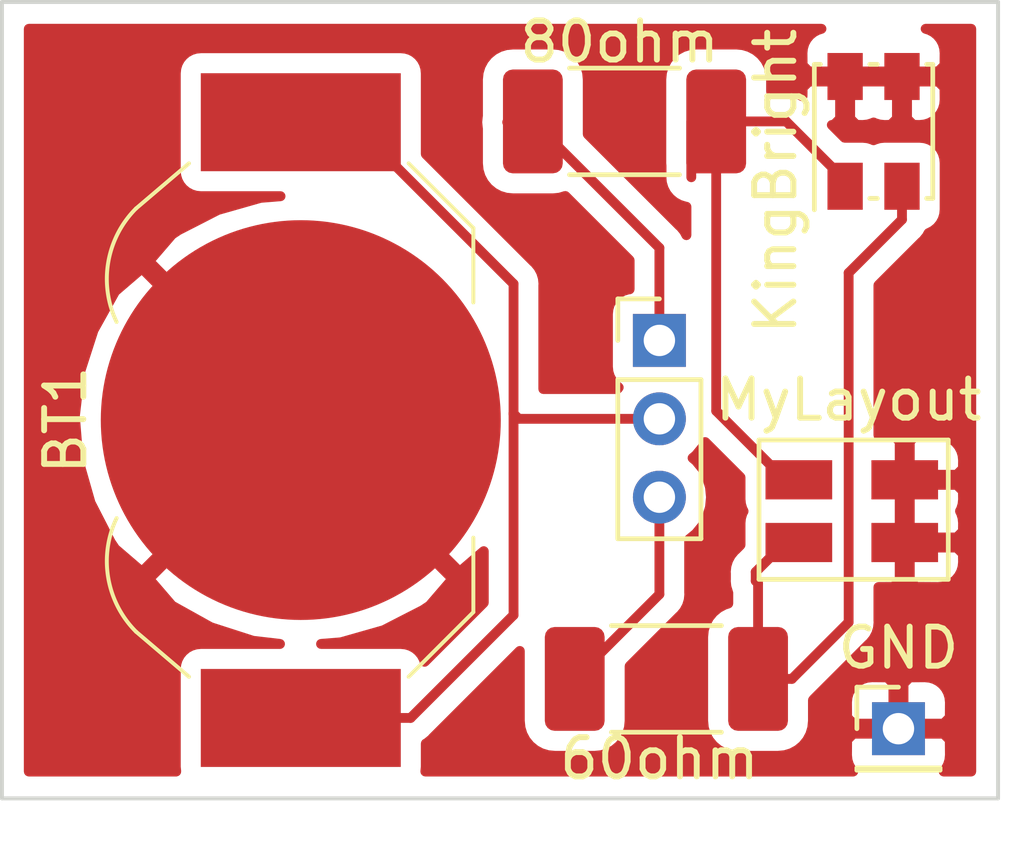
<source format=kicad_pcb>
(kicad_pcb (version 20171130) (host pcbnew "(5.1.2)-2")

  (general
    (thickness 1.6)
    (drawings 4)
    (tracks 30)
    (zones 0)
    (modules 7)
    (nets 7)
  )

  (page A4)
  (layers
    (0 F.Cu signal)
    (31 B.Cu signal)
    (32 B.Adhes user)
    (33 F.Adhes user)
    (34 B.Paste user)
    (35 F.Paste user)
    (36 B.SilkS user)
    (37 F.SilkS user)
    (38 B.Mask user)
    (39 F.Mask user)
    (40 Dwgs.User user)
    (41 Cmts.User user)
    (42 Eco1.User user)
    (43 Eco2.User user)
    (44 Edge.Cuts user)
    (45 Margin user)
    (46 B.CrtYd user)
    (47 F.CrtYd user)
    (48 B.Fab user)
    (49 F.Fab user)
  )

  (setup
    (last_trace_width 0.25)
    (trace_clearance 0.2)
    (zone_clearance 0.508)
    (zone_45_only no)
    (trace_min 0.2)
    (via_size 0.8)
    (via_drill 0.4)
    (via_min_size 0.4)
    (via_min_drill 0.3)
    (uvia_size 0.3)
    (uvia_drill 0.1)
    (uvias_allowed no)
    (uvia_min_size 0.2)
    (uvia_min_drill 0.1)
    (edge_width 0.05)
    (segment_width 0.2)
    (pcb_text_width 0.3)
    (pcb_text_size 1.5 1.5)
    (mod_edge_width 0.12)
    (mod_text_size 1 1)
    (mod_text_width 0.15)
    (pad_size 1.524 1.524)
    (pad_drill 0.762)
    (pad_to_mask_clearance 0.051)
    (solder_mask_min_width 0.25)
    (aux_axis_origin 0 0)
    (visible_elements 7FFFFFFF)
    (pcbplotparams
      (layerselection 0x010fc_ffffffff)
      (usegerberextensions false)
      (usegerberattributes false)
      (usegerberadvancedattributes false)
      (creategerberjobfile false)
      (excludeedgelayer true)
      (linewidth 0.100000)
      (plotframeref false)
      (viasonmask false)
      (mode 1)
      (useauxorigin false)
      (hpglpennumber 1)
      (hpglpenspeed 20)
      (hpglpendiameter 15.000000)
      (psnegative false)
      (psa4output false)
      (plotreference true)
      (plotvalue true)
      (plotinvisibletext false)
      (padsonsilk false)
      (subtractmaskfromsilk false)
      (outputformat 1)
      (mirror false)
      (drillshape 1)
      (scaleselection 1)
      (outputdirectory ""))
  )

  (net 0 "")
  (net 1 GNDPWR)
  (net 2 "Net-(60ohm1-Pad2)")
  (net 3 "Net-(60ohm1-Pad1)")
  (net 4 "Net-(80ohm1-Pad2)")
  (net 5 "Net-(80ohm1-Pad1)")
  (net 6 "Net-(BT1-Pad1)")

  (net_class Default "This is the default net class."
    (clearance 0.2)
    (trace_width 0.25)
    (via_dia 0.8)
    (via_drill 0.4)
    (uvia_dia 0.3)
    (uvia_drill 0.1)
    (add_net GNDPWR)
    (add_net "Net-(60ohm1-Pad1)")
    (add_net "Net-(60ohm1-Pad2)")
    (add_net "Net-(80ohm1-Pad1)")
    (add_net "Net-(80ohm1-Pad2)")
    (add_net "Net-(BT1-Pad1)")
  )

  (module Connector_PinHeader_2.00mm:PinHeader_1x01_P2.00mm_Vertical (layer F.Cu) (tedit 59FED667) (tstamp 5DBF838C)
    (at 116.84 120.65)
    (descr "Through hole straight pin header, 1x01, 2.00mm pitch, single row")
    (tags "Through hole pin header THT 1x01 2.00mm single row")
    (path /5DBF8109)
    (fp_text reference GND (at 0 -2.06) (layer F.SilkS)
      (effects (font (size 1 1) (thickness 0.15)))
    )
    (fp_text value "GND Pin" (at 0 2.06) (layer F.Fab)
      (effects (font (size 1 1) (thickness 0.15)))
    )
    (fp_text user %R (at 0 0 90) (layer F.Fab)
      (effects (font (size 1 1) (thickness 0.15)))
    )
    (fp_line (start 1.5 -1.5) (end -1.5 -1.5) (layer F.CrtYd) (width 0.05))
    (fp_line (start 1.5 1.5) (end 1.5 -1.5) (layer F.CrtYd) (width 0.05))
    (fp_line (start -1.5 1.5) (end 1.5 1.5) (layer F.CrtYd) (width 0.05))
    (fp_line (start -1.5 -1.5) (end -1.5 1.5) (layer F.CrtYd) (width 0.05))
    (fp_line (start -1.06 -1.06) (end 0 -1.06) (layer F.SilkS) (width 0.12))
    (fp_line (start -1.06 0) (end -1.06 -1.06) (layer F.SilkS) (width 0.12))
    (fp_line (start -1.06 1) (end 1.06 1) (layer F.SilkS) (width 0.12))
    (fp_line (start 1.06 1) (end 1.06 1.06) (layer F.SilkS) (width 0.12))
    (fp_line (start -1.06 1) (end -1.06 1.06) (layer F.SilkS) (width 0.12))
    (fp_line (start -1.06 1.06) (end 1.06 1.06) (layer F.SilkS) (width 0.12))
    (fp_line (start -1 -0.5) (end -0.5 -1) (layer F.Fab) (width 0.1))
    (fp_line (start -1 1) (end -1 -0.5) (layer F.Fab) (width 0.1))
    (fp_line (start 1 1) (end -1 1) (layer F.Fab) (width 0.1))
    (fp_line (start 1 -1) (end 1 1) (layer F.Fab) (width 0.1))
    (fp_line (start -0.5 -1) (end 1 -1) (layer F.Fab) (width 0.1))
    (pad 1 thru_hole rect (at 0 0) (size 1.35 1.35) (drill 0.8) (layers *.Cu *.Mask)
      (net 1 GNDPWR))
    (model ${KISYS3DMOD}/Connector_PinHeader_2.00mm.3dshapes/PinHeader_1x01_P2.00mm_Vertical.wrl
      (at (xyz 0 0 0))
      (scale (xyz 1 1 1))
      (rotate (xyz 0 0 0))
    )
  )

  (module EndConnectors:KingbrightTesting (layer F.Cu) (tedit 5DBDF776) (tstamp 5DBE27A9)
    (at 116.205 105.41 90)
    (descr "Kingbright, dual LED, 3.5 x 2.8 mm Surface Mount LED Lamp (http://www.kingbrightusa.com/images/catalog/SPEC/AAA3528ESGCT.pdf)")
    (tags "dual led smd")
    (path /5DBE0F72)
    (attr smd)
    (fp_text reference KingBright (at -1.27 -2.5 90) (layer F.SilkS)
      (effects (font (size 1 1) (thickness 0.15)))
    )
    (fp_text value DualLed (at 0 2.5 90) (layer F.Fab)
      (effects (font (size 1 1) (thickness 0.15)))
    )
    (fp_line (start 1.71 -1.355) (end 1.71 -1.51) (layer F.SilkS) (width 0.12))
    (fp_line (start 1.71 -0.095) (end 1.71 0.095) (layer F.SilkS) (width 0.12))
    (fp_line (start -1.71 1.355) (end -1.71 1.51) (layer F.SilkS) (width 0.12))
    (fp_line (start -0.9 -1.4) (end -1.6 -0.7) (layer F.Fab) (width 0.1))
    (fp_line (start 2.25 -1.65) (end 2.25 1.65) (layer F.CrtYd) (width 0.05))
    (fp_line (start -2.25 -1.65) (end -2.25 1.65) (layer F.CrtYd) (width 0.05))
    (fp_line (start -2.25 1.65) (end 2.25 1.65) (layer F.CrtYd) (width 0.05))
    (fp_line (start -2.25 -1.65) (end 2.25 -1.65) (layer F.CrtYd) (width 0.05))
    (fp_line (start -1.71 -0.095) (end -1.71 0.095) (layer F.SilkS) (width 0.12))
    (fp_line (start 1.71 1.355) (end 1.71 1.51) (layer F.SilkS) (width 0.12))
    (fp_line (start -1.71 1.51) (end 1.71 1.51) (layer F.SilkS) (width 0.12))
    (fp_line (start -2 -1.51) (end 1.71 -1.51) (layer F.SilkS) (width 0.12))
    (fp_line (start -0.9 -1.4) (end 1.6 -1.4) (layer F.Fab) (width 0.1))
    (fp_line (start 1.6 -1.4) (end 1.6 1.4) (layer F.Fab) (width 0.1))
    (fp_line (start 1.6 1.4) (end -1.6 1.4) (layer F.Fab) (width 0.1))
    (fp_line (start -1.6 1.4) (end -1.6 -0.7) (layer F.Fab) (width 0.1))
    (pad 1 smd rect (at -1.4 -0.725 90) (size 1.2 0.9) (layers F.Cu F.Paste F.Mask)
      (net 2 "Net-(60ohm1-Pad2)"))
    (pad 4 smd rect (at 1.4 0.725 90) (size 1.2 0.9) (layers F.Cu F.Paste F.Mask)
      (net 1 GNDPWR))
    (pad 3 smd rect (at -1.4 0.725 90) (size 1.2 0.9) (layers F.Cu F.Paste F.Mask)
      (net 4 "Net-(80ohm1-Pad2)"))
    (pad 2 smd rect (at 1.4 -0.725 90) (size 1.2 0.9) (layers F.Cu F.Paste F.Mask)
      (net 1 GNDPWR))
    (model ${KISYS3DMOD}/LED_SMD.3dshapes/LED_Kingbright_AAA3528ESGCT.wrl
      (at (xyz 0 0 0))
      (scale (xyz 1 1 1))
      (rotate (xyz 0 0 0))
    )
  )

  (module EndConnectors:DualLed (layer F.Cu) (tedit 5DBDB68F) (tstamp 5DBE27B5)
    (at 114.3 111.76)
    (path /5DBDFC71)
    (fp_text reference MyLayout (at 1.27 0.5) (layer F.SilkS)
      (effects (font (size 1 1) (thickness 0.15)))
    )
    (fp_text value DualLed (at 0 -0.5) (layer F.Fab)
      (effects (font (size 1 1) (thickness 0.15)))
    )
    (fp_line (start -1.016 1.524) (end 3.81 1.524) (layer F.SilkS) (width 0.12))
    (fp_line (start 3.81 1.524) (end 3.81 5.08) (layer F.SilkS) (width 0.12))
    (fp_line (start 3.81 5.08) (end -1.016 5.08) (layer F.SilkS) (width 0.12))
    (fp_line (start -1.016 5.08) (end -1.016 1.524) (layer F.SilkS) (width 0.12))
    (pad 1 smd rect (at 0 2.54) (size 1.7 1) (layers F.Cu F.Paste F.Mask)
      (net 2 "Net-(60ohm1-Pad2)"))
    (pad 2 smd rect (at 2.7 2.54) (size 1.7 1) (layers F.Cu F.Paste F.Mask)
      (net 1 GNDPWR))
    (pad 3 smd rect (at 0 4.14) (size 1.7 1) (layers F.Cu F.Paste F.Mask)
      (net 4 "Net-(80ohm1-Pad2)"))
    (pad 4 smd rect (at 2.7 4.14) (size 1.7 1) (layers F.Cu F.Paste F.Mask)
      (net 1 GNDPWR))
  )

  (module Resistor_SMD:R_2010_5025Metric_Pad1.52x2.65mm_HandSolder (layer F.Cu) (tedit 5B301BBD) (tstamp 5DBE2714)
    (at 110.9225 119.38)
    (descr "Resistor SMD 2010 (5025 Metric), square (rectangular) end terminal, IPC_7351 nominal with elongated pad for handsoldering. (Body size source: http://www.tortai-tech.com/upload/download/2011102023233369053.pdf), generated with kicad-footprint-generator")
    (tags "resistor handsolder")
    (path /5DBE656D)
    (attr smd)
    (fp_text reference 80ohm (at 0 -2.28) (layer F.SilkS) hide
      (effects (font (size 1 1) (thickness 0.15)))
    )
    (fp_text value "80 ohm" (at 0 2.28) (layer F.Fab)
      (effects (font (size 1 1) (thickness 0.15)))
    )
    (fp_line (start -2.5 1.25) (end -2.5 -1.25) (layer F.Fab) (width 0.1))
    (fp_line (start -2.5 -1.25) (end 2.5 -1.25) (layer F.Fab) (width 0.1))
    (fp_line (start 2.5 -1.25) (end 2.5 1.25) (layer F.Fab) (width 0.1))
    (fp_line (start 2.5 1.25) (end -2.5 1.25) (layer F.Fab) (width 0.1))
    (fp_line (start -1.402064 -1.36) (end 1.402064 -1.36) (layer F.SilkS) (width 0.12))
    (fp_line (start -1.402064 1.36) (end 1.402064 1.36) (layer F.SilkS) (width 0.12))
    (fp_line (start -3.35 1.58) (end -3.35 -1.58) (layer F.CrtYd) (width 0.05))
    (fp_line (start -3.35 -1.58) (end 3.35 -1.58) (layer F.CrtYd) (width 0.05))
    (fp_line (start 3.35 -1.58) (end 3.35 1.58) (layer F.CrtYd) (width 0.05))
    (fp_line (start 3.35 1.58) (end -3.35 1.58) (layer F.CrtYd) (width 0.05))
    (fp_text user %R (at -1.1945 -16.256 180) (layer F.SilkS)
      (effects (font (size 1 1) (thickness 0.15)))
    )
    (pad 1 smd roundrect (at -2.3375 0) (size 1.525 2.65) (layers F.Cu F.Paste F.Mask) (roundrect_rratio 0.163934)
      (net 5 "Net-(80ohm1-Pad1)"))
    (pad 2 smd roundrect (at 2.3375 0) (size 1.525 2.65) (layers F.Cu F.Paste F.Mask) (roundrect_rratio 0.163934)
      (net 4 "Net-(80ohm1-Pad2)"))
    (model ${KISYS3DMOD}/Resistor_SMD.3dshapes/R_2010_5025Metric.wrl
      (at (xyz 0 0 0))
      (scale (xyz 1 1 1))
      (rotate (xyz 0 0 0))
    )
  )

  (module Resistor_SMD:R_2010_5025Metric_Pad1.52x2.65mm_HandSolder (layer F.Cu) (tedit 5B301BBD) (tstamp 5DBE5143)
    (at 109.855 105.156)
    (descr "Resistor SMD 2010 (5025 Metric), square (rectangular) end terminal, IPC_7351 nominal with elongated pad for handsoldering. (Body size source: http://www.tortai-tech.com/upload/download/2011102023233369053.pdf), generated with kicad-footprint-generator")
    (tags "resistor handsolder")
    (path /5DBE3E6A)
    (attr smd)
    (fp_text reference 60ohm (at 0 -2.28) (layer F.SilkS) hide
      (effects (font (size 1 1) (thickness 0.15)))
    )
    (fp_text value 60ohm (at 0 2.28) (layer F.Fab)
      (effects (font (size 1 1) (thickness 0.15)))
    )
    (fp_line (start -2.5 1.25) (end -2.5 -1.25) (layer F.Fab) (width 0.1))
    (fp_line (start -2.5 -1.25) (end 2.5 -1.25) (layer F.Fab) (width 0.1))
    (fp_line (start 2.5 -1.25) (end 2.5 1.25) (layer F.Fab) (width 0.1))
    (fp_line (start 2.5 1.25) (end -2.5 1.25) (layer F.Fab) (width 0.1))
    (fp_line (start -1.402064 -1.36) (end 1.402064 -1.36) (layer F.SilkS) (width 0.12))
    (fp_line (start -1.402064 1.36) (end 1.402064 1.36) (layer F.SilkS) (width 0.12))
    (fp_line (start -3.35 1.58) (end -3.35 -1.58) (layer F.CrtYd) (width 0.05))
    (fp_line (start -3.35 -1.58) (end 3.35 -1.58) (layer F.CrtYd) (width 0.05))
    (fp_line (start 3.35 -1.58) (end 3.35 1.58) (layer F.CrtYd) (width 0.05))
    (fp_line (start 3.35 1.58) (end -3.35 1.58) (layer F.CrtYd) (width 0.05))
    (fp_text user %R (at 0.889 16.256) (layer F.SilkS)
      (effects (font (size 1 1) (thickness 0.15)))
    )
    (pad 1 smd roundrect (at -2.3375 0) (size 1.525 2.65) (layers F.Cu F.Paste F.Mask) (roundrect_rratio 0.163934)
      (net 3 "Net-(60ohm1-Pad1)"))
    (pad 2 smd roundrect (at 2.3375 0) (size 1.525 2.65) (layers F.Cu F.Paste F.Mask) (roundrect_rratio 0.163934)
      (net 2 "Net-(60ohm1-Pad2)"))
    (model ${KISYS3DMOD}/Resistor_SMD.3dshapes/R_2010_5025Metric.wrl
      (at (xyz 0 0 0))
      (scale (xyz 1 1 1))
      (rotate (xyz 0 0 0))
    )
  )

  (module Connector_PinHeader_2.00mm:PinHeader_1x03_P2.00mm_Vertical (layer F.Cu) (tedit 59FED667) (tstamp 5DBE915A)
    (at 110.744 110.744)
    (descr "Through hole straight pin header, 1x03, 2.00mm pitch, single row")
    (tags "Through hole pin header THT 1x03 2.00mm single row")
    (path /5DBE80E8)
    (fp_text reference SW1 (at 0 -2.06) (layer F.SilkS) hide
      (effects (font (size 1 1) (thickness 0.15)))
    )
    (fp_text value SW_SPDT (at 0 6.06) (layer F.Fab) hide
      (effects (font (size 1 1) (thickness 0.15)))
    )
    (fp_line (start 1.5 -1.5) (end -1.5 -1.5) (layer F.CrtYd) (width 0.05))
    (fp_line (start 1.5 5.5) (end 1.5 -1.5) (layer F.CrtYd) (width 0.05))
    (fp_line (start -1.5 5.5) (end 1.5 5.5) (layer F.CrtYd) (width 0.05))
    (fp_line (start -1.5 -1.5) (end -1.5 5.5) (layer F.CrtYd) (width 0.05))
    (fp_line (start -1.06 -1.06) (end 0 -1.06) (layer F.SilkS) (width 0.12))
    (fp_line (start -1.06 0) (end -1.06 -1.06) (layer F.SilkS) (width 0.12))
    (fp_line (start -1.06 1) (end 1.06 1) (layer F.SilkS) (width 0.12))
    (fp_line (start 1.06 1) (end 1.06 5.06) (layer F.SilkS) (width 0.12))
    (fp_line (start -1.06 1) (end -1.06 5.06) (layer F.SilkS) (width 0.12))
    (fp_line (start -1.06 5.06) (end 1.06 5.06) (layer F.SilkS) (width 0.12))
    (fp_line (start -1 -0.5) (end -0.5 -1) (layer F.Fab) (width 0.1))
    (fp_line (start -1 5) (end -1 -0.5) (layer F.Fab) (width 0.1))
    (fp_line (start 1 5) (end -1 5) (layer F.Fab) (width 0.1))
    (fp_line (start 1 -1) (end 1 5) (layer F.Fab) (width 0.1))
    (fp_line (start -0.5 -1) (end 1 -1) (layer F.Fab) (width 0.1))
    (pad 3 thru_hole oval (at 0 4) (size 1.35 1.35) (drill 0.8) (layers *.Cu *.Mask)
      (net 5 "Net-(80ohm1-Pad1)"))
    (pad 2 thru_hole oval (at 0 2) (size 1.35 1.35) (drill 0.8) (layers *.Cu *.Mask)
      (net 6 "Net-(BT1-Pad1)"))
    (pad 1 thru_hole rect (at 0 0) (size 1.35 1.35) (drill 0.8) (layers *.Cu *.Mask)
      (net 3 "Net-(60ohm1-Pad1)"))
    (model ${KISYS3DMOD}/Connector_PinHeader_2.00mm.3dshapes/PinHeader_1x03_P2.00mm_Vertical.wrl
      (at (xyz 0 0 0))
      (scale (xyz 1 1 1))
      (rotate (xyz 0 0 0))
    )
  )

  (module Battery:BatteryHolder_LINX_BAT-HLD-012-SMT (layer F.Cu) (tedit 5B256044) (tstamp 5DBE493A)
    (at 101.6 112.776 270)
    (descr "SMT battery holder for CR1216/1220/1225, https://linxtechnologies.com/wp/wp-content/uploads/bat-hld-012-smt.pdf")
    (tags "battery holder coin cell cr1216 cr1220 cr1225")
    (path /5DBE32E4)
    (attr smd)
    (fp_text reference BT1 (at 0 6 90) (layer F.SilkS)
      (effects (font (size 1 1) (thickness 0.15)))
    )
    (fp_text value Battery_Cell (at 0 -7 90) (layer F.Fab) hide
      (effects (font (size 1 1) (thickness 0.15)))
    )
    (fp_arc (start -3.6 2.4) (end -5.4 4.2) (angle -70.5) (layer F.SilkS) (width 0.1))
    (fp_arc (start -3.6 2.4) (end -1.8 4.2) (angle 90) (layer F.Fab) (width 0.1))
    (fp_arc (start 3.6 2.4) (end 5.4 4.2) (angle 90) (layer F.Fab) (width 0.1))
    (fp_text user %R (at -2.54 0.508 90) (layer F.Fab)
      (effects (font (size 1 1) (thickness 0.15)))
    )
    (fp_line (start -7.65 -2.55) (end -7.65 -0.55) (layer F.Fab) (width 0.1))
    (fp_line (start -7.65 -2.55) (end -6.75 -2.55) (layer F.Fab) (width 0.1))
    (fp_line (start -7.65 -0.55) (end -6.75 -0.55) (layer F.Fab) (width 0.1))
    (fp_line (start -6.75 0.55) (end -7.65 0.55) (layer F.Fab) (width 0.1))
    (fp_line (start -7.65 0.55) (end -7.65 2.55) (layer F.Fab) (width 0.1))
    (fp_line (start -7.65 2.55) (end -6.75 2.55) (layer F.Fab) (width 0.1))
    (fp_line (start 6.75 2.55) (end 7.65 2.55) (layer F.Fab) (width 0.1))
    (fp_line (start 7.65 2.55) (end 7.65 0.55) (layer F.Fab) (width 0.1))
    (fp_line (start 7.65 0.55) (end 6.75 0.55) (layer F.Fab) (width 0.1))
    (fp_line (start 6.75 -0.55) (end 7.65 -0.55) (layer F.Fab) (width 0.1))
    (fp_line (start 7.65 -0.55) (end 7.65 -2.55) (layer F.Fab) (width 0.1))
    (fp_line (start 7.65 -2.55) (end 6.75 -2.55) (layer F.Fab) (width 0.1))
    (fp_line (start -6.75 2.85) (end -6.75 -2.75) (layer F.Fab) (width 0.1))
    (fp_line (start 6.75 2.85) (end 6.75 -2.75) (layer F.Fab) (width 0.1))
    (fp_line (start 4.9 -4.4) (end -4.9 -4.4) (layer F.Fab) (width 0.1))
    (fp_line (start -6.7 -2.9) (end -5.05 -4.55) (layer F.Fab) (width 0.1))
    (fp_line (start 6.7 -2.9) (end 5.05 -4.55) (layer F.Fab) (width 0.1))
    (fp_line (start 6.55 2.85) (end 6.55 -2.75) (layer F.Fab) (width 0.1))
    (fp_line (start 6.55 -2.75) (end 4.9 -4.4) (layer F.Fab) (width 0.1))
    (fp_line (start -6.55 2.85) (end -6.55 -2.75) (layer F.Fab) (width 0.1))
    (fp_line (start -6.55 -2.75) (end -4.9 -4.4) (layer F.Fab) (width 0.1))
    (fp_line (start -6.55 2.85) (end -5.4 4.2) (layer F.Fab) (width 0.1))
    (fp_line (start 6.55 2.85) (end 5.4 4.2) (layer F.Fab) (width 0.1))
    (fp_arc (start 3.6 2.4) (end 5.4 4.2) (angle 70.55996517) (layer F.SilkS) (width 0.1))
    (fp_arc (start 0 6) (end -1.8 4.2) (angle 90) (layer F.Fab) (width 0.1))
    (fp_circle (center 0 0) (end -6.25 0) (layer F.Fab) (width 0.1))
    (fp_line (start -9.35 3.05) (end -9.35 -3.05) (layer F.CrtYd) (width 0.05))
    (fp_line (start -9.35 -3.05) (end -7.25 -3.05) (layer F.CrtYd) (width 0.05))
    (fp_line (start -9.35 3.05) (end -7.25 3.05) (layer F.CrtYd) (width 0.05))
    (fp_line (start -7.25 -3.05) (end -3.55 -6.75) (layer F.CrtYd) (width 0.05))
    (fp_line (start -3.55 -6.75) (end 3.55 -6.75) (layer F.CrtYd) (width 0.05))
    (fp_line (start 3.55 -6.75) (end 7.25 -3.05) (layer F.CrtYd) (width 0.05))
    (fp_line (start 7.25 -3.05) (end 9.35 -3.05) (layer F.CrtYd) (width 0.05))
    (fp_line (start 9.35 -3.05) (end 9.35 3.05) (layer F.CrtYd) (width 0.05))
    (fp_line (start 9.35 3.05) (end 7.25 3.05) (layer F.CrtYd) (width 0.05))
    (fp_line (start -3.55 6.75) (end 3.55 6.75) (layer F.CrtYd) (width 0.05))
    (fp_line (start 3.55 6.75) (end 7.25 3.05) (layer F.CrtYd) (width 0.05))
    (fp_line (start -3.55 6.75) (end -7.25 3.05) (layer F.CrtYd) (width 0.05))
    (fp_line (start -6.75 2.85) (end -6.55 2.85) (layer F.Fab) (width 0.1))
    (fp_line (start 6.75 2.85) (end 6.55 2.85) (layer F.Fab) (width 0.1))
    (fp_line (start -6.75 -2.75) (end -6.55 -2.75) (layer F.Fab) (width 0.1))
    (fp_line (start -6.55 -2.75) (end -6.7 -2.9) (layer F.Fab) (width 0.1))
    (fp_line (start -5.05 -4.55) (end -4.9 -4.4) (layer F.Fab) (width 0.1))
    (fp_line (start 5.05 -4.55) (end 4.9 -4.4) (layer F.Fab) (width 0.1))
    (fp_line (start 6.55 -2.75) (end 6.7 -2.9) (layer F.Fab) (width 0.1))
    (fp_line (start 6.55 -2.75) (end 6.75 -2.75) (layer F.Fab) (width 0.1))
    (fp_line (start -6.55 -2.75) (end -4.9 -4.4) (layer F.SilkS) (width 0.1))
    (fp_line (start 4.9 -4.4) (end 6.55 -2.75) (layer F.SilkS) (width 0.1))
    (fp_line (start 4.9 -4.4) (end 3 -4.4) (layer F.SilkS) (width 0.1))
    (fp_line (start -4.9 -4.4) (end -3 -4.4) (layer F.SilkS) (width 0.1))
    (fp_line (start -6.55 2.85) (end -5.4 4.2) (layer F.SilkS) (width 0.1))
    (fp_line (start 6.55 2.85) (end 5.4 4.2) (layer F.SilkS) (width 0.1))
    (pad 2 smd circle (at 0 0 270) (size 10.2 10.2) (layers F.Cu F.Paste F.Mask)
      (net 1 GNDPWR))
    (pad 1 smd rect (at 7.6 0 270) (size 2.5 5.1) (layers F.Cu F.Paste F.Mask)
      (net 6 "Net-(BT1-Pad1)"))
    (pad 1 smd rect (at -7.6 0 270) (size 2.5 5.1) (layers F.Cu F.Paste F.Mask)
      (net 6 "Net-(BT1-Pad1)"))
    (model ${KISYS3DMOD}/Battery.3dshapes/BatteryHolder_LINX_BAT-HLD-012-SMT.wrl
      (at (xyz 0 0 0))
      (scale (xyz 1 1 1))
      (rotate (xyz 0 0 0))
    )
  )

  (gr_line (start 119.38 122.428) (end 119.38 102.108) (layer Edge.Cuts) (width 0.1))
  (gr_line (start 93.98 122.428) (end 119.38 122.428) (layer Edge.Cuts) (width 0.1))
  (gr_line (start 93.98 102.108) (end 93.98 122.428) (layer Edge.Cuts) (width 0.1))
  (gr_line (start 119.38 102.108) (end 93.98 102.108) (layer Edge.Cuts) (width 0.1))

  (segment (start 111.5575 105.156) (end 111.5575 106.581) (width 0.25) (layer F.Cu) (net 2))
  (segment (start 115.48 106.66) (end 115.48 106.81) (width 0.25) (layer F.Cu) (net 2))
  (segment (start 113.976 105.156) (end 115.48 106.66) (width 0.25) (layer F.Cu) (net 2))
  (segment (start 112.1925 105.156) (end 113.976 105.156) (width 0.25) (layer F.Cu) (net 2))
  (segment (start 113.95 114.3) (end 114.3 114.3) (width 0.25) (layer F.Cu) (net 2))
  (segment (start 112.1925 112.5425) (end 113.95 114.3) (width 0.25) (layer F.Cu) (net 2))
  (segment (start 112.1925 105.156) (end 112.1925 112.5425) (width 0.25) (layer F.Cu) (net 2))
  (segment (start 106.8625 105.176) (end 106.8825 105.156) (width 0.25) (layer F.Cu) (net 3))
  (segment (start 110.744 108.3825) (end 107.5175 105.156) (width 0.25) (layer F.Cu) (net 3))
  (segment (start 110.744 110.744) (end 110.744 108.3825) (width 0.25) (layer F.Cu) (net 3))
  (segment (start 113.95 115.9) (end 114.3 115.9) (width 0.25) (layer F.Cu) (net 4))
  (segment (start 113.2 116.65) (end 113.95 115.9) (width 0.25) (layer F.Cu) (net 4))
  (segment (start 113.2 116.88) (end 113.2 116.65) (width 0.25) (layer F.Cu) (net 4))
  (segment (start 113.26 116.94) (end 113.2 116.88) (width 0.25) (layer F.Cu) (net 4))
  (segment (start 113.26 119.38) (end 113.26 116.94) (width 0.25) (layer F.Cu) (net 4))
  (segment (start 114.1225 119.38) (end 115.57 117.9325) (width 0.25) (layer F.Cu) (net 4))
  (segment (start 113.26 119.38) (end 114.1225 119.38) (width 0.25) (layer F.Cu) (net 4))
  (segment (start 116.93 107.66) (end 116.93 106.81) (width 0.25) (layer F.Cu) (net 4))
  (segment (start 115.57 109.02) (end 116.93 107.66) (width 0.25) (layer F.Cu) (net 4))
  (segment (start 115.57 117.9325) (end 115.57 109.02) (width 0.25) (layer F.Cu) (net 4))
  (segment (start 110.744 117.221) (end 108.585 119.38) (width 0.25) (layer F.Cu) (net 5))
  (segment (start 110.744 114.744) (end 110.744 117.221) (width 0.25) (layer F.Cu) (net 5))
  (segment (start 102.9 105.176) (end 101.6 105.176) (width 0.25) (layer F.Cu) (net 6))
  (segment (start 104.4 120.376) (end 107.025001 117.750999) (width 0.25) (layer F.Cu) (net 6))
  (segment (start 101.6 120.376) (end 104.4 120.376) (width 0.25) (layer F.Cu) (net 6))
  (segment (start 107.025001 109.301001) (end 102.9 105.176) (width 0.25) (layer F.Cu) (net 6))
  (segment (start 107.025001 117.750999) (end 107.025001 112.613001) (width 0.25) (layer F.Cu) (net 6))
  (segment (start 107.025001 112.613001) (end 107.025001 109.301001) (width 0.25) (layer F.Cu) (net 6))
  (segment (start 107.156 112.744) (end 110.744 112.744) (width 0.25) (layer F.Cu) (net 6))
  (segment (start 107.025001 112.613001) (end 107.156 112.744) (width 0.25) (layer F.Cu) (net 6))

  (zone (net 1) (net_name GNDPWR) (layer F.Cu) (tstamp 0) (hatch edge 0.508)
    (connect_pads (clearance 0.508))
    (min_thickness 0.254)
    (fill yes (arc_segments 32) (thermal_gap 0.508) (thermal_bridge_width 0.508))
    (polygon
      (pts
        (xy 94.488 102.616) (xy 118.872 102.616) (xy 118.872 121.92) (xy 94.488 121.92)
      )
    )
    (filled_polygon
      (pts
        (xy 114.78582 102.820498) (xy 114.675506 102.879463) (xy 114.578815 102.958815) (xy 114.499463 103.055506) (xy 114.440498 103.16582)
        (xy 114.404188 103.285518) (xy 114.391928 103.41) (xy 114.395 103.72425) (xy 114.55375 103.883) (xy 115.353 103.883)
        (xy 115.353 103.863) (xy 115.607 103.863) (xy 115.607 103.883) (xy 116.803 103.883) (xy 116.803 103.863)
        (xy 117.057 103.863) (xy 117.057 103.883) (xy 117.85625 103.883) (xy 118.015 103.72425) (xy 118.018072 103.41)
        (xy 118.005812 103.285518) (xy 117.969502 103.16582) (xy 117.910537 103.055506) (xy 117.831185 102.958815) (xy 117.734494 102.879463)
        (xy 117.62418 102.820498) (xy 117.533531 102.793) (xy 118.695001 102.793) (xy 118.695 121.743) (xy 117.993419 121.743)
        (xy 118.045537 121.679494) (xy 118.104502 121.56918) (xy 118.140812 121.449482) (xy 118.153072 121.325) (xy 118.15 120.93575)
        (xy 117.99125 120.777) (xy 116.967 120.777) (xy 116.967 120.797) (xy 116.713 120.797) (xy 116.713 120.777)
        (xy 115.68875 120.777) (xy 115.53 120.93575) (xy 115.526928 121.325) (xy 115.539188 121.449482) (xy 115.575498 121.56918)
        (xy 115.634463 121.679494) (xy 115.686581 121.743) (xy 104.776549 121.743) (xy 104.788072 121.626) (xy 104.788072 121.030326)
        (xy 104.824276 121.010974) (xy 104.940001 120.916001) (xy 104.963804 120.886997) (xy 107.184428 118.666374) (xy 107.184428 120.455001)
        (xy 107.201492 120.628255) (xy 107.252028 120.794851) (xy 107.334095 120.948387) (xy 107.444538 121.082962) (xy 107.579113 121.193405)
        (xy 107.732649 121.275472) (xy 107.899245 121.326008) (xy 108.072499 121.343072) (xy 109.097501 121.343072) (xy 109.270755 121.326008)
        (xy 109.437351 121.275472) (xy 109.590887 121.193405) (xy 109.725462 121.082962) (xy 109.835905 120.948387) (xy 109.917972 120.794851)
        (xy 109.968508 120.628255) (xy 109.985572 120.455001) (xy 109.985572 119.054229) (xy 111.255003 117.784799) (xy 111.284001 117.761001)
        (xy 111.310332 117.728917) (xy 111.378974 117.645277) (xy 111.449546 117.513247) (xy 111.477831 117.420001) (xy 111.493003 117.369986)
        (xy 111.504 117.258333) (xy 111.504 117.258324) (xy 111.507676 117.221001) (xy 111.504 117.183678) (xy 111.504 115.814956)
        (xy 111.674792 115.674792) (xy 111.838495 115.475318) (xy 111.960138 115.247741) (xy 112.035045 115.000805) (xy 112.060338 114.744)
        (xy 112.035045 114.487195) (xy 111.960138 114.240259) (xy 111.838495 114.012682) (xy 111.674792 113.813208) (xy 111.590461 113.744)
        (xy 111.674792 113.674792) (xy 111.838495 113.475318) (xy 111.912348 113.337149) (xy 112.811928 114.23673) (xy 112.811928 114.8)
        (xy 112.824188 114.924482) (xy 112.860498 115.04418) (xy 112.890335 115.1) (xy 112.860498 115.15582) (xy 112.824188 115.275518)
        (xy 112.811928 115.4) (xy 112.811928 115.963271) (xy 112.689001 116.086198) (xy 112.659999 116.109999) (xy 112.565026 116.225724)
        (xy 112.494454 116.357753) (xy 112.450997 116.501014) (xy 112.44 116.612667) (xy 112.44 116.612678) (xy 112.436324 116.65)
        (xy 112.44 116.687322) (xy 112.44 116.842678) (xy 112.436324 116.88) (xy 112.44 116.917322) (xy 112.44 116.917332)
        (xy 112.450997 117.028985) (xy 112.46405 117.072015) (xy 112.494454 117.172246) (xy 112.500001 117.182623) (xy 112.500001 117.456514)
        (xy 112.407649 117.484528) (xy 112.254113 117.566595) (xy 112.119538 117.677038) (xy 112.009095 117.811613) (xy 111.927028 117.965149)
        (xy 111.876492 118.131745) (xy 111.859428 118.304999) (xy 111.859428 120.455001) (xy 111.876492 120.628255) (xy 111.927028 120.794851)
        (xy 112.009095 120.948387) (xy 112.119538 121.082962) (xy 112.254113 121.193405) (xy 112.407649 121.275472) (xy 112.574245 121.326008)
        (xy 112.747499 121.343072) (xy 113.772501 121.343072) (xy 113.945755 121.326008) (xy 114.112351 121.275472) (xy 114.265887 121.193405)
        (xy 114.400462 121.082962) (xy 114.510905 120.948387) (xy 114.592972 120.794851) (xy 114.643508 120.628255) (xy 114.660572 120.455001)
        (xy 114.660572 119.975) (xy 115.526928 119.975) (xy 115.53 120.36425) (xy 115.68875 120.523) (xy 116.713 120.523)
        (xy 116.713 119.49875) (xy 116.967 119.49875) (xy 116.967 120.523) (xy 117.99125 120.523) (xy 118.15 120.36425)
        (xy 118.153072 119.975) (xy 118.140812 119.850518) (xy 118.104502 119.73082) (xy 118.045537 119.620506) (xy 117.966185 119.523815)
        (xy 117.869494 119.444463) (xy 117.75918 119.385498) (xy 117.639482 119.349188) (xy 117.515 119.336928) (xy 117.12575 119.34)
        (xy 116.967 119.49875) (xy 116.713 119.49875) (xy 116.55425 119.34) (xy 116.165 119.336928) (xy 116.040518 119.349188)
        (xy 115.92082 119.385498) (xy 115.810506 119.444463) (xy 115.713815 119.523815) (xy 115.634463 119.620506) (xy 115.575498 119.73082)
        (xy 115.539188 119.850518) (xy 115.526928 119.975) (xy 114.660572 119.975) (xy 114.660572 119.921584) (xy 114.662501 119.920001)
        (xy 114.686304 119.890997) (xy 116.081004 118.496298) (xy 116.110001 118.472501) (xy 116.136332 118.440417) (xy 116.204974 118.356777)
        (xy 116.275546 118.224747) (xy 116.275546 118.224746) (xy 116.319003 118.081486) (xy 116.33 117.969833) (xy 116.33 117.969824)
        (xy 116.333676 117.932501) (xy 116.33 117.895178) (xy 116.33 117.037092) (xy 116.71425 117.035) (xy 116.873 116.87625)
        (xy 116.873 116.027) (xy 117.127 116.027) (xy 117.127 116.87625) (xy 117.28575 117.035) (xy 117.85 117.038072)
        (xy 117.974482 117.025812) (xy 118.09418 116.989502) (xy 118.204494 116.930537) (xy 118.301185 116.851185) (xy 118.380537 116.754494)
        (xy 118.439502 116.64418) (xy 118.475812 116.524482) (xy 118.488072 116.4) (xy 118.485 116.18575) (xy 118.32625 116.027)
        (xy 117.127 116.027) (xy 116.873 116.027) (xy 116.853 116.027) (xy 116.853 115.773) (xy 116.873 115.773)
        (xy 116.873 114.427) (xy 117.127 114.427) (xy 117.127 115.773) (xy 118.32625 115.773) (xy 118.485 115.61425)
        (xy 118.488072 115.4) (xy 118.475812 115.275518) (xy 118.439502 115.15582) (xy 118.409665 115.1) (xy 118.439502 115.04418)
        (xy 118.475812 114.924482) (xy 118.488072 114.8) (xy 118.485 114.58575) (xy 118.32625 114.427) (xy 117.127 114.427)
        (xy 116.873 114.427) (xy 116.853 114.427) (xy 116.853 114.173) (xy 116.873 114.173) (xy 116.873 113.32375)
        (xy 117.127 113.32375) (xy 117.127 114.173) (xy 118.32625 114.173) (xy 118.485 114.01425) (xy 118.488072 113.8)
        (xy 118.475812 113.675518) (xy 118.439502 113.55582) (xy 118.380537 113.445506) (xy 118.301185 113.348815) (xy 118.204494 113.269463)
        (xy 118.09418 113.210498) (xy 117.974482 113.174188) (xy 117.85 113.161928) (xy 117.28575 113.165) (xy 117.127 113.32375)
        (xy 116.873 113.32375) (xy 116.71425 113.165) (xy 116.33 113.162908) (xy 116.33 109.334801) (xy 117.441009 108.223794)
        (xy 117.470001 108.200001) (xy 117.493795 108.171008) (xy 117.493799 108.171004) (xy 117.564973 108.084277) (xy 117.564974 108.084276)
        (xy 117.607599 108.004532) (xy 117.62418 107.999502) (xy 117.734494 107.940537) (xy 117.831185 107.861185) (xy 117.910537 107.764494)
        (xy 117.969502 107.65418) (xy 118.005812 107.534482) (xy 118.018072 107.41) (xy 118.018072 106.21) (xy 118.005812 106.085518)
        (xy 117.969502 105.96582) (xy 117.910537 105.855506) (xy 117.831185 105.758815) (xy 117.734494 105.679463) (xy 117.62418 105.620498)
        (xy 117.504482 105.584188) (xy 117.38 105.571928) (xy 116.48 105.571928) (xy 116.355518 105.584188) (xy 116.23582 105.620498)
        (xy 116.205 105.636972) (xy 116.17418 105.620498) (xy 116.054482 105.584188) (xy 115.93 105.571928) (xy 115.46673 105.571928)
        (xy 115.140801 105.246) (xy 115.19425 105.245) (xy 115.353 105.08625) (xy 115.353 104.137) (xy 115.607 104.137)
        (xy 115.607 105.08625) (xy 115.76575 105.245) (xy 115.93 105.248072) (xy 116.054482 105.235812) (xy 116.17418 105.199502)
        (xy 116.205 105.183028) (xy 116.23582 105.199502) (xy 116.355518 105.235812) (xy 116.48 105.248072) (xy 116.64425 105.245)
        (xy 116.803 105.08625) (xy 116.803 104.137) (xy 117.057 104.137) (xy 117.057 105.08625) (xy 117.21575 105.245)
        (xy 117.38 105.248072) (xy 117.504482 105.235812) (xy 117.62418 105.199502) (xy 117.734494 105.140537) (xy 117.831185 105.061185)
        (xy 117.910537 104.964494) (xy 117.969502 104.85418) (xy 118.005812 104.734482) (xy 118.018072 104.61) (xy 118.015 104.29575)
        (xy 117.85625 104.137) (xy 117.057 104.137) (xy 116.803 104.137) (xy 115.607 104.137) (xy 115.353 104.137)
        (xy 114.55375 104.137) (xy 114.395 104.29575) (xy 114.392837 104.51705) (xy 114.268247 104.450454) (xy 114.124986 104.406997)
        (xy 114.013333 104.396) (xy 114.013322 104.396) (xy 113.976 104.392324) (xy 113.938678 104.396) (xy 113.593072 104.396)
        (xy 113.593072 104.080999) (xy 113.576008 103.907745) (xy 113.525472 103.741149) (xy 113.443405 103.587613) (xy 113.332962 103.453038)
        (xy 113.198387 103.342595) (xy 113.044851 103.260528) (xy 112.878255 103.209992) (xy 112.705001 103.192928) (xy 111.679999 103.192928)
        (xy 111.506745 103.209992) (xy 111.340149 103.260528) (xy 111.186613 103.342595) (xy 111.052038 103.453038) (xy 110.941595 103.587613)
        (xy 110.859528 103.741149) (xy 110.808992 103.907745) (xy 110.791928 104.080999) (xy 110.791928 106.231001) (xy 110.797501 106.287582)
        (xy 110.797501 106.618333) (xy 110.808498 106.729986) (xy 110.851955 106.873247) (xy 110.922527 107.005276) (xy 111.0175 107.121001)
        (xy 111.133225 107.215974) (xy 111.265254 107.286546) (xy 111.408515 107.330003) (xy 111.4325 107.332365) (xy 111.4325 108.058363)
        (xy 111.378974 107.958223) (xy 111.307799 107.871497) (xy 111.284001 107.842499) (xy 111.255003 107.818701) (xy 108.918072 105.481771)
        (xy 108.918072 104.080999) (xy 108.901008 103.907745) (xy 108.850472 103.741149) (xy 108.768405 103.587613) (xy 108.657962 103.453038)
        (xy 108.523387 103.342595) (xy 108.369851 103.260528) (xy 108.203255 103.209992) (xy 108.030001 103.192928) (xy 107.004999 103.192928)
        (xy 106.831745 103.209992) (xy 106.665149 103.260528) (xy 106.511613 103.342595) (xy 106.377038 103.453038) (xy 106.266595 103.587613)
        (xy 106.184528 103.741149) (xy 106.133992 103.907745) (xy 106.116928 104.080999) (xy 106.116928 105.015707) (xy 106.113498 105.027015)
        (xy 106.098824 105.176) (xy 106.113498 105.324985) (xy 106.116928 105.336293) (xy 106.116928 106.231001) (xy 106.133992 106.404255)
        (xy 106.184528 106.570851) (xy 106.266595 106.724387) (xy 106.377038 106.858962) (xy 106.511613 106.969405) (xy 106.665149 107.051472)
        (xy 106.831745 107.102008) (xy 107.004999 107.119072) (xy 108.030001 107.119072) (xy 108.203255 107.102008) (xy 108.345544 107.058845)
        (xy 109.984001 108.697303) (xy 109.984001 109.439299) (xy 109.944518 109.443188) (xy 109.82482 109.479498) (xy 109.714506 109.538463)
        (xy 109.617815 109.617815) (xy 109.538463 109.714506) (xy 109.479498 109.82482) (xy 109.443188 109.944518) (xy 109.430928 110.069)
        (xy 109.430928 111.419) (xy 109.443188 111.543482) (xy 109.479498 111.66318) (xy 109.538463 111.773494) (xy 109.617815 111.870185)
        (xy 109.706631 111.943074) (xy 109.673044 111.984) (xy 107.785001 111.984) (xy 107.785001 109.338323) (xy 107.788677 109.301)
        (xy 107.785001 109.263677) (xy 107.785001 109.263668) (xy 107.774004 109.152015) (xy 107.730547 109.008754) (xy 107.659975 108.876725)
        (xy 107.565002 108.761) (xy 107.536004 108.737202) (xy 104.788072 105.989271) (xy 104.788072 103.926) (xy 104.775812 103.801518)
        (xy 104.739502 103.68182) (xy 104.680537 103.571506) (xy 104.601185 103.474815) (xy 104.504494 103.395463) (xy 104.39418 103.336498)
        (xy 104.274482 103.300188) (xy 104.15 103.287928) (xy 99.05 103.287928) (xy 98.925518 103.300188) (xy 98.80582 103.336498)
        (xy 98.695506 103.395463) (xy 98.598815 103.474815) (xy 98.519463 103.571506) (xy 98.460498 103.68182) (xy 98.424188 103.801518)
        (xy 98.411928 103.926) (xy 98.411928 106.426) (xy 98.424188 106.550482) (xy 98.460498 106.67018) (xy 98.519463 106.780494)
        (xy 98.598815 106.877185) (xy 98.695506 106.956537) (xy 98.80582 107.015502) (xy 98.925518 107.051812) (xy 99.05 107.064072)
        (xy 101.083375 107.064072) (xy 100.57329 107.105451) (xy 99.486749 107.414711) (xy 98.481419 107.930001) (xy 98.316309 108.040322)
        (xy 97.728194 108.724589) (xy 101.6 112.596395) (xy 101.614143 112.582253) (xy 101.793748 112.761858) (xy 101.779605 112.776)
        (xy 105.651411 116.647806) (xy 106.265001 116.120436) (xy 106.265001 117.436197) (xy 104.758093 118.943106) (xy 104.739502 118.88182)
        (xy 104.680537 118.771506) (xy 104.601185 118.674815) (xy 104.504494 118.595463) (xy 104.39418 118.536498) (xy 104.274482 118.500188)
        (xy 104.15 118.487928) (xy 102.116625 118.487928) (xy 102.62671 118.446549) (xy 103.713251 118.137289) (xy 104.718581 117.621999)
        (xy 104.883691 117.511678) (xy 105.471806 116.827411) (xy 101.6 112.955605) (xy 97.728194 116.827411) (xy 98.316309 117.511678)
        (xy 99.303289 118.061299) (xy 100.37853 118.407809) (xy 101.069689 118.487928) (xy 99.05 118.487928) (xy 98.925518 118.500188)
        (xy 98.80582 118.536498) (xy 98.695506 118.595463) (xy 98.598815 118.674815) (xy 98.519463 118.771506) (xy 98.460498 118.88182)
        (xy 98.424188 119.001518) (xy 98.411928 119.126) (xy 98.411928 121.626) (xy 98.423451 121.743) (xy 94.665 121.743)
        (xy 94.665 112.676712) (xy 95.838108 112.676712) (xy 95.929451 113.80271) (xy 96.238711 114.889251) (xy 96.754001 115.894581)
        (xy 96.864322 116.059691) (xy 97.548589 116.647806) (xy 101.420395 112.776) (xy 97.548589 108.904194) (xy 96.864322 109.492309)
        (xy 96.314701 110.479289) (xy 95.968191 111.55453) (xy 95.838108 112.676712) (xy 94.665 112.676712) (xy 94.665 102.793)
        (xy 114.876469 102.793)
      )
    )
  )
)

</source>
